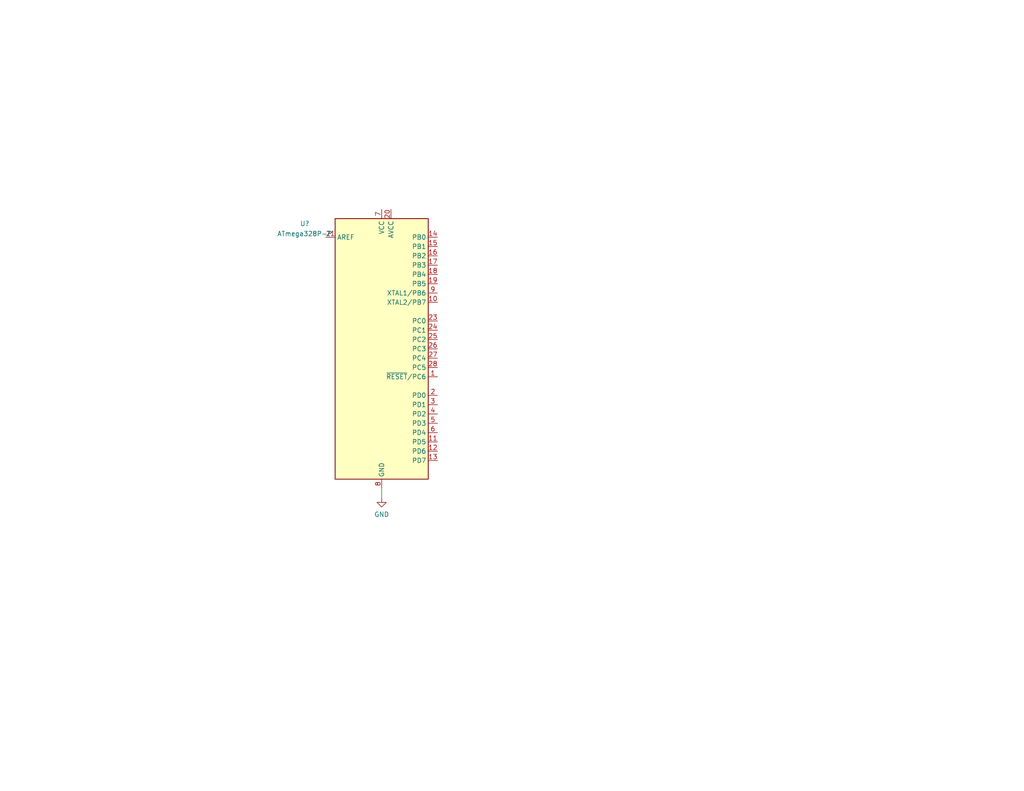
<source format=kicad_sch>
(kicad_sch (version 20211123) (generator eeschema)
  (paper "USLetter")
  (title_block (title "NMR Pulse Generator") (date "2022-03-17") (comment 1 "Designed by Hans Gaensbauer"))
  (lib_symbols
    (symbol "MCU_Microchip_ATmega:ATmega328P-P"
      (property "Reference" "U" (at -12.7 36.83 0))
      (property "Value" "ATmega328P-P" (at 2.54 -36.83 0))
      (symbol "ATmega328P-P_0_1"
        (rectangle (start -12.7 -35.56) (end 12.7 35.56) (stroke (width 0.254)) (fill (type background)))
      )
      (symbol "ATmega328P-P_1_1"
        (pin bidirectional line (at 15.24 -7.62 180) (length 2.54) (name "~{RESET}/PC6") (number "1"))
        (pin bidirectional line (at 15.24 12.7 180) (length 2.54) (name "XTAL2/PB7") (number "10"))
        (pin bidirectional line (at 15.24 -25.4 180) (length 2.54) (name "PD5") (number "11"))
        (pin bidirectional line (at 15.24 -27.94 180) (length 2.54) (name "PD6") (number "12"))
        (pin bidirectional line (at 15.24 -30.48 180) (length 2.54) (name "PD7") (number "13"))
        (pin bidirectional line (at 15.24 30.48 180) (length 2.54) (name "PB0") (number "14"))
        (pin bidirectional line (at 15.24 27.94 180) (length 2.54) (name "PB1") (number "15"))
        (pin bidirectional line (at 15.24 25.4 180) (length 2.54) (name "PB2") (number "16"))
        (pin bidirectional line (at 15.24 22.86 180) (length 2.54) (name "PB3") (number "17"))
        (pin bidirectional line (at 15.24 20.32 180) (length 2.54) (name "PB4") (number "18"))
        (pin bidirectional line (at 15.24 17.78 180) (length 2.54) (name "PB5") (number "19"))
        (pin bidirectional line (at 15.24 -12.7 180) (length 2.54) (name "PD0") (number "2"))
        (pin power_in line (at 2.54 38.1 270) (length 2.54) (name "AVCC") (number "20"))
        (pin passive line (at -15.24 30.48 0) (length 2.54) (name "AREF") (number "21"))
        (pin passive line (at 0 -38.1 90) (length 2.54) hide (name "GND") (number "22"))
        (pin bidirectional line (at 15.24 7.62 180) (length 2.54) (name "PC0") (number "23"))
        (pin bidirectional line (at 15.24 5.08 180) (length 2.54) (name "PC1") (number "24"))
        (pin bidirectional line (at 15.24 2.54 180) (length 2.54) (name "PC2") (number "25"))
        (pin bidirectional line (at 15.24 0 180) (length 2.54) (name "PC3") (number "26"))
        (pin bidirectional line (at 15.24 -2.54 180) (length 2.54) (name "PC4") (number "27"))
        (pin bidirectional line (at 15.24 -5.08 180) (length 2.54) (name "PC5") (number "28"))
        (pin bidirectional line (at 15.24 -15.24 180) (length 2.54) (name "PD1") (number "3"))
        (pin bidirectional line (at 15.24 -17.78 180) (length 2.54) (name "PD2") (number "4"))
        (pin bidirectional line (at 15.24 -20.32 180) (length 2.54) (name "PD3") (number "5"))
        (pin bidirectional line (at 15.24 -22.86 180) (length 2.54) (name "PD4") (number "6"))
        (pin power_in line (at 0 38.1 270) (length 2.54) (name "VCC") (number "7"))
        (pin power_in line (at 0 -38.1 90) (length 2.54) (name "GND") (number "8"))
        (pin bidirectional line (at 15.24 15.24 180) (length 2.54) (name "XTAL1/PB6") (number "9"))
      )
    )
    (symbol "power:GND" (power) (pin_names (offset 0))
      (property "Value" "GND" (at 0 -3.81 0))
      (symbol "GND_0_1"
        (polyline (pts (xy 0 0) (xy 0 -1.27) (xy 1.27 -1.27) (xy 0 -2.54) (xy -1.27 -1.27) (xy 0 -1.27)))
      )
      (symbol "GND_1_1"
        (pin power_in line (at 0 0 270) (length 0) hide (name "GND") (number "1"))
      )
    )
  )
  (wire (pts (xy 104.14 133.35) (xy 104.14 135.89)))
  (symbol (lib_id "MCU_Microchip_ATmega:ATmega328P-P") (at 104.14 95.25 0) (unit 1)
    (property "Reference" "U?" (at 83.1601 61.0448 0))
    (property "Value" "ATmega328P-P" (at 83.1601 63.8199 0))
    (property "Footprint" "Package_DIP:DIP-28_W7.62mm" (effects hide))
    (property "Datasheet" "http://ww1.microchip.com/downloads/en/DeviceDoc/ATmega328_P%20AVR%20MCU%20with%20picoPower%20Technology%20Data%20Sheet%2040001984A.pdf" (effects hide))
  )
  (symbol (lib_id "power:GND") (at 104.14 135.89 0) (unit 1)
    (property "Reference" "#PWR?" (effects hide))
    (property "Value" "GND" (at 104.14 140.4525 0))
  )
)
</source>
